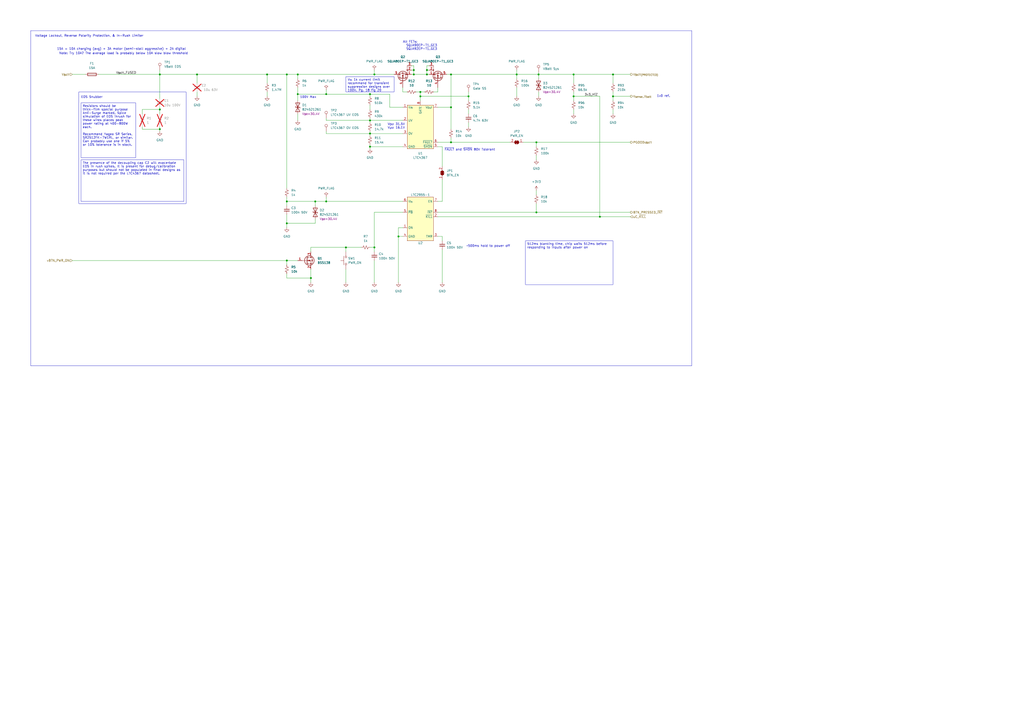
<source format=kicad_sch>
(kicad_sch (version 20230121) (generator eeschema)
  (paper "A2")
  (title_block (title "Kicker") (date "2024-05-23") (rev "3.1") (company "The A-Team (RC SSL)") (comment 1 "W. Stuckey"))
  (lib_symbols
    (symbol "AT-PowerIC:LTC2955-1"
      (property "Reference" "U" (at 0 -13.97 0))
      (property "Value" "LTC2955-1" (at 0 13.97 0))
      (symbol "LTC2955-1_1_1"
        (rectangle (start -7.62 12.7) (end 7.62 -12.7) (fill (type background)))
        (pin input line (at -10.16 -5.08 0) (length 2.54) (name "ON") (number "1"))
        (pin input line (at 10.16 1.27 180) (length 2.54) (name "~{KILL}") (number "2"))
        (pin bidirectional line (at 10.16 -10.16 180) (length 2.54) (name "TMR") (number "3"))
        (pin power_in line (at -10.16 -10.16 0) (length 2.54) (name "GND") (number "4"))
        (pin input line (at -10.16 3.81 0) (length 2.54) (name "~{PB}") (number "5"))
        (pin power_in line (at -10.16 10.16 0) (length 2.54) (name "V_{in}") (number "6"))
        (pin power_out line (at 10.16 10.16 180) (length 2.54) (name "EN") (number "7"))
        (pin output line (at 10.16 3.81 180) (length 2.54) (name "~{INT}") (number "8"))
      )
    )
    (symbol "AT-PowerIC:LTC4367"
      (property "Reference" "U" (at 2.54 13.97 0))
      (property "Value" "LTC4367" (at 0 -15.24 0))
      (symbol "LTC4367_0_1"
        (rectangle (start -7.62 12.7) (end 7.62 -12.7) (stroke (width 0.1524)) (fill (type background)))
      )
      (symbol "LTC4367_1_1"
        (pin power_in line (at -10.16 11.43 0) (length 2.54) (name "V_{IN}") (number "1"))
        (pin input line (at -10.16 3.81 0) (length 2.54) (name "UV") (number "2"))
        (pin input line (at -10.16 -3.81 0) (length 2.54) (name "OV") (number "3"))
        (pin power_in line (at -10.16 -11.43 0) (length 2.54) (name "GND") (number "4"))
        (pin input line (at 10.16 -11.43 180) (length 2.54) (name "~{SHDN}") (number "5"))
        (pin open_collector line (at 10.16 -8.89 180) (length 2.54) (name "~{FAULT}") (number "6"))
        (pin input line (at 10.16 11.43 180) (length 2.54) (name "V_{OUT}") (number "7"))
        (pin output line (at 0 15.24 270) (length 2.54) (name "GATE") (number "8"))
      )
    )
    (symbol "AT-Transistors:Q_NMOS_SGD_PowerPAK" (pin_names (offset 0) hide)
      (property "Reference" "Q" (at 5.08 1.27 0))
      (property "Value" "Q_NMOS_SGD_PowerPAK" (at 5.08 -1.27 0))
      (symbol "Q_NMOS_SGD_PowerPAK_0_1"
        (polyline (pts (xy 0.254 0) (xy -2.54 0)))
        (polyline (pts (xy 0.254 1.905) (xy 0.254 -1.905)) (stroke (width 0.254)))
        (polyline (pts (xy 0.762 -1.27) (xy 0.762 -2.286)) (stroke (width 0.254)))
        (polyline (pts (xy 0.762 0.508) (xy 0.762 -0.508)) (stroke (width 0.254)))
        (polyline (pts (xy 0.762 2.286) (xy 0.762 1.27)) (stroke (width 0.254)))
        (polyline (pts (xy 2.54 2.54) (xy 2.54 1.778)))
        (polyline (pts (xy 7.62 -2.54) (xy 5.08 -2.54)) (stroke (width 0.1524)))
        (polyline (pts (xy 2.54 -2.54) (xy 2.54 0) (xy 0.762 0)))
        (polyline (pts (xy 5.08 -2.54) (xy 2.54 -2.54) (xy 3.81 -2.54)) (stroke (width 0.1524)))
        (polyline (pts (xy 0.762 -1.778) (xy 3.302 -1.778) (xy 3.302 1.778) (xy 0.762 1.778)))
        (polyline (pts (xy 1.016 0) (xy 2.032 0.381) (xy 2.032 -0.381) (xy 1.016 0)) (fill (type outline)))
        (polyline (pts (xy 2.794 0.508) (xy 2.921 0.381) (xy 3.683 0.381) (xy 3.81 0.254)))
        (polyline (pts (xy 3.302 0.381) (xy 2.921 -0.254) (xy 3.683 -0.254) (xy 3.302 0.381)))
        (circle (center 1.651 0) (radius 2.794) (stroke (width 0.254)))
        (circle (center 2.54 -2.54) (radius 0.254) (fill (type outline)))
        (circle (center 2.54 -1.778) (radius 0.254) (fill (type outline)))
        (circle (center 2.54 1.778) (radius 0.254) (fill (type outline)))
        (circle (center 5.08 -2.54) (radius 0.254) (fill (type outline)))
      )
      (symbol "Q_NMOS_SGD_PowerPAK_1_1"
        (pin passive line (at 2.54 -5.08 90) (length 2.54) (name "S") (number "1"))
        (pin passive line (at 5.08 -5.08 90) (length 2.54) (name "S") (number "2"))
        (pin passive line (at 7.62 -5.08 90) (length 2.54) (name "S") (number "3"))
        (pin input line (at -5.08 0 0) (length 5.08) (name "G") (number "4"))
        (pin passive line (at 2.54 5.08 270) (length 2.54) (name "D") (number "5"))
      )
    )
    (symbol "Connector:TestPoint" (pin_numbers hide) (pin_names (offset 0.762) hide)
      (property "Reference" "TP" (at 0 6.858 0))
      (property "Value" "TestPoint" (at 0 5.08 0))
      (symbol "TestPoint_0_1"
        (circle (center 0 3.302) (radius 0.762))
      )
      (symbol "TestPoint_1_1"
        (pin passive line (at 0 0 90) (length 2.54) (name "1") (number "1"))
      )
    )
    (symbol "Device:C_Small" (pin_numbers hide) (pin_names (offset 0.254) hide)
      (property "Reference" "C" (at 0.254 1.778 0))
      (property "Value" "C_Small" (at 0.254 -2.032 0))
      (symbol "C_Small_0_1"
        (polyline (pts (xy -1.524 -0.508) (xy 1.524 -0.508)) (stroke (width 0.3302)))
        (polyline (pts (xy -1.524 0.508) (xy 1.524 0.508)) (stroke (width 0.3048)))
      )
      (symbol "C_Small_1_1"
        (pin passive line (at 0 2.54 270) (length 2.032) (name "~") (number "1"))
        (pin passive line (at 0 -2.54 90) (length 2.032) (name "~") (number "2"))
      )
    )
    (symbol "Device:D_TVS" (pin_numbers hide) (pin_names (offset 1.016) hide)
      (property "Reference" "D" (at 0 2.54 0))
      (property "Value" "D_TVS" (at 0 -2.54 0))
      (symbol "D_TVS_0_1"
        (polyline (pts (xy 1.27 0) (xy -1.27 0)))
        (polyline (pts (xy 0.508 1.27) (xy 0 1.27) (xy 0 -1.27) (xy -0.508 -1.27)) (stroke (width 0.254)))
        (polyline (pts (xy -2.54 1.27) (xy -2.54 -1.27) (xy 2.54 1.27) (xy 2.54 -1.27) (xy -2.54 1.27)) (stroke (width 0.254)))
      )
      (symbol "D_TVS_1_1"
        (pin passive line (at -3.81 0 0) (length 2.54) (name "A1") (number "1"))
        (pin passive line (at 3.81 0 180) (length 2.54) (name "A2") (number "2"))
      )
    )
    (symbol "Device:Fuse" (pin_numbers hide) (pin_names (offset 0))
      (property "Reference" "F" (at 2.032 0 90))
      (property "Value" "Fuse" (at -1.905 0 90))
      (symbol "Fuse_0_1"
        (rectangle (start -0.762 -2.54) (end 0.762 2.54) (stroke (width 0.254)))
        (polyline (pts (xy 0 2.54) (xy 0 -2.54)))
      )
      (symbol "Fuse_1_1"
        (pin passive line (at 0 3.81 270) (length 1.27) (name "~") (number "1"))
        (pin passive line (at 0 -3.81 90) (length 1.27) (name "~") (number "2"))
      )
    )
    (symbol "Device:R_Small_US" (pin_numbers hide) (pin_names (offset 0.254) hide)
      (property "Reference" "R" (at 0.762 0.508 0))
      (property "Value" "R_Small_US" (at 0.762 -1.016 0))
      (symbol "R_Small_US_1_1"
        (polyline (pts (xy 0 0) (xy 1.016 -0.381) (xy 0 -0.762) (xy -1.016 -1.143) (xy 0 -1.524)))
        (polyline (pts (xy 0 1.524) (xy 1.016 1.143) (xy 0 0.762) (xy -1.016 0.381) (xy 0 0)))
        (pin passive line (at 0 2.54 270) (length 1.016) (name "~") (number "1"))
        (pin passive line (at 0 -2.54 90) (length 1.016) (name "~") (number "2"))
      )
    )
    (symbol "Device:R_US" (pin_numbers hide) (pin_names (offset 0))
      (property "Reference" "R" (at 2.54 0 90))
      (property "Value" "R_US" (at -2.54 0 90))
      (symbol "R_US_0_1"
        (polyline (pts (xy 0 -2.286) (xy 0 -2.54)))
        (polyline (pts (xy 0 2.286) (xy 0 2.54)))
        (polyline (pts (xy 0 -0.762) (xy 1.016 -1.143) (xy 0 -1.524) (xy -1.016 -1.905) (xy 0 -2.286)))
        (polyline (pts (xy 0 0.762) (xy 1.016 0.381) (xy 0 0) (xy -1.016 -0.381) (xy 0 -0.762)))
        (polyline (pts (xy 0 2.286) (xy 1.016 1.905) (xy 0 1.524) (xy -1.016 1.143) (xy 0 0.762)))
      )
      (symbol "R_US_1_1"
        (pin passive line (at 0 3.81 270) (length 1.27) (name "~") (number "1"))
        (pin passive line (at 0 -3.81 90) (length 1.27) (name "~") (number "2"))
      )
    )
    (symbol "Jumper:SolderJumper_2_Bridged" (pin_names (offset 0) hide)
      (property "Reference" "JP" (at 0 2.032 0))
      (property "Value" "SolderJumper_2_Bridged" (at 0 -2.54 0))
      (symbol "SolderJumper_2_Bridged_0_1"
        (rectangle (start -0.508 0.508) (end 0.508 -0.508) (fill (type outline)))
        (arc (start -0.254 1.016) (mid -1.2656 0) (end -0.254 -1.016))
        (arc (start -0.254 1.016) (mid -1.2656 0) (end -0.254 -1.016) (fill (type outline)))
        (polyline (pts (xy -0.254 1.016) (xy -0.254 -1.016)))
        (polyline (pts (xy 0.254 1.016) (xy 0.254 -1.016)))
        (arc (start 0.254 -1.016) (mid 1.2656 0) (end 0.254 1.016))
        (arc (start 0.254 -1.016) (mid 1.2656 0) (end 0.254 1.016) (fill (type outline)))
      )
      (symbol "SolderJumper_2_Bridged_1_1"
        (pin passive line (at -3.81 0 0) (length 2.54) (name "A") (number "1"))
        (pin passive line (at 3.81 0 180) (length 2.54) (name "B") (number "2"))
      )
    )
    (symbol "Switch:SW_Push" (pin_numbers hide) (pin_names (offset 1.016) hide)
      (property "Reference" "SW" (at 1.27 2.54 0))
      (property "Value" "SW_Push" (at 0 -1.524 0))
      (symbol "SW_Push_0_1"
        (circle (center -2.032 0) (radius 0.508))
        (polyline (pts (xy 0 1.27) (xy 0 3.048)))
        (polyline (pts (xy 2.54 1.27) (xy -2.54 1.27)))
        (circle (center 2.032 0) (radius 0.508))
        (pin passive line (at -5.08 0 0) (length 2.54) (name "1") (number "1"))
        (pin passive line (at 5.08 0 180) (length 2.54) (name "2") (number "2"))
      )
    )
    (symbol "Transistor_FET:BSS138" (pin_names hide)
      (property "Reference" "Q" (at 5.08 1.905 0))
      (property "Value" "BSS138" (at 5.08 0 0))
      (symbol "BSS138_0_1"
        (polyline (pts (xy 0.254 0) (xy -2.54 0)))
        (polyline (pts (xy 0.254 1.905) (xy 0.254 -1.905)) (stroke (width 0.254)))
        (polyline (pts (xy 0.762 -1.27) (xy 0.762 -2.286)) (stroke (width 0.254)))
        (polyline (pts (xy 0.762 0.508) (xy 0.762 -0.508)) (stroke (width 0.254)))
        (polyline (pts (xy 0.762 2.286) (xy 0.762 1.27)) (stroke (width 0.254)))
        (polyline (pts (xy 2.54 2.54) (xy 2.54 1.778)))
        (polyline (pts (xy 2.54 -2.54) (xy 2.54 0) (xy 0.762 0)))
        (polyline (pts (xy 0.762 -1.778) (xy 3.302 -1.778) (xy 3.302 1.778) (xy 0.762 1.778)))
        (polyline (pts (xy 1.016 0) (xy 2.032 0.381) (xy 2.032 -0.381) (xy 1.016 0)) (fill (type outline)))
        (polyline (pts (xy 2.794 0.508) (xy 2.921 0.381) (xy 3.683 0.381) (xy 3.81 0.254)))
        (polyline (pts (xy 3.302 0.381) (xy 2.921 -0.254) (xy 3.683 -0.254) (xy 3.302 0.381)))
        (circle (center 1.651 0) (radius 2.794) (stroke (width 0.254)))
        (circle (center 2.54 -1.778) (radius 0.254) (fill (type outline)))
        (circle (center 2.54 1.778) (radius 0.254) (fill (type outline)))
      )
      (symbol "BSS138_1_1"
        (pin input line (at -5.08 0 0) (length 2.54) (name "G") (number "1"))
        (pin passive line (at 2.54 -5.08 90) (length 2.54) (name "S") (number "2"))
        (pin passive line (at 2.54 5.08 270) (length 2.54) (name "D") (number "3"))
      )
    )
    (symbol "power:+3V3" (power) (pin_names (offset 0))
      (property "Value" "+3V3" (at 0 3.556 0))
      (symbol "+3V3_0_1"
        (polyline (pts (xy -0.762 1.27) (xy 0 2.54)))
        (polyline (pts (xy 0 0) (xy 0 2.54)))
        (polyline (pts (xy 0 2.54) (xy 0.762 1.27)))
      )
      (symbol "+3V3_1_1"
        (pin power_in line (at 0 0 90) (length 0) hide (name "+3V3") (number "1"))
      )
    )
    (symbol "power:GND" (power) (pin_names (offset 0))
      (property "Value" "GND" (at 0 -3.81 0))
      (symbol "GND_0_1"
        (polyline (pts (xy 0 0) (xy 0 -1.27) (xy 1.27 -1.27) (xy 0 -2.54) (xy -1.27 -1.27) (xy 0 -1.27)))
      )
      (symbol "GND_1_1"
        (pin power_in line (at 0 0 270) (length 0) hide (name "GND") (number "1"))
      )
    )
    (symbol "power:PWR_FLAG" (power) (pin_numbers hide) (pin_names (offset 0) hide)
      (property "Value" "PWR_FLAG" (at 0 3.81 0))
      (symbol "PWR_FLAG_0_0"
        (pin power_out line (at 0 0 90) (length 0) (name "pwr") (number "1"))
      )
      (symbol "PWR_FLAG_0_1"
        (polyline (pts (xy 0 0) (xy 0 1.27) (xy -1.016 1.905) (xy 0 2.54) (xy 1.016 1.905) (xy 0 1.27)))
      )
    )
  )
  (junction (at 180.34 161.29))
  (junction (at 312.42 43.18))
  (junction (at 214.63 77.47) (diameter 0.9144))
  (junction (at 311.15 82.55))
  (junction (at 166.37 151.13))
  (junction (at 172.72 54.61))
  (junction (at 271.78 55.88))
  (junction (at 92.71 63.5))
  (junction (at 240.03 40.64))
  (junction (at 243.84 55.88) (diameter 0.9144))
  (junction (at 214.63 54.61))
  (junction (at 166.37 43.18))
  (junction (at 189.23 116.84))
  (junction (at 261.62 62.23))
  (junction (at 166.37 129.54))
  (junction (at 311.15 123.19))
  (junction (at 243.84 53.34) (diameter 0.9144))
  (junction (at 247.65 43.18))
  (junction (at 247.65 40.64))
  (junction (at 214.63 69.85) (diameter 0.9144))
  (junction (at 92.71 43.18))
  (junction (at 299.72 43.18) (diameter 0.9144))
  (junction (at 261.62 43.18) (diameter 0.9144))
  (junction (at 240.03 43.18))
  (junction (at 92.71 74.93))
  (junction (at 355.6 43.18))
  (junction (at 332.74 55.88))
  (junction (at 261.62 82.55))
  (junction (at 355.6 55.88))
  (junction (at 347.98 125.73))
  (junction (at 200.66 143.51))
  (junction (at 172.72 43.18))
  (junction (at 154.94 43.18))
  (junction (at 166.37 116.84))
  (junction (at 214.63 85.09) (diameter 0.9144))
  (junction (at 217.17 43.18) (diameter 0.9144))
  (junction (at 182.88 116.84))
  (junction (at 231.14 137.16))
  (junction (at 217.17 143.51))
  (junction (at 189.23 54.61))
  (junction (at 114.3 43.18))
  (junction (at 332.74 43.18))
  (wire (pts (xy 214.63 77.47) (xy 214.63 78.74)))
  (wire (pts (xy 240.03 43.18) (xy 247.65 43.18)))
  (wire (pts (xy 355.6 63.5) (xy 355.6 66.04)))
  (polyline (pts (xy 17.78 17.78) (xy 401.32 17.78)) (stroke (width 0) (type solid)))
  (wire (pts (xy 214.63 69.85) (xy 233.68 69.85)))
  (wire (pts (xy 332.74 43.18) (xy 332.74 48.26)))
  (wire (pts (xy 214.63 76.2) (xy 214.63 77.47)))
  (polyline (pts (xy 17.78 212.09) (xy 401.32 212.09)) (stroke (width 0) (type solid)))
  (wire (pts (xy 312.42 53.34) (xy 312.42 55.88)))
  (wire (pts (xy 92.71 74.93) (xy 92.71 76.2)))
  (wire (pts (xy 92.71 63.5) (xy 92.71 66.04)))
  (wire (pts (xy 243.84 53.34) (xy 246.38 53.34)))
  (wire (pts (xy 311.15 82.55) (xy 311.15 85.09)))
  (wire (pts (xy 247.65 38.1) (xy 247.65 40.64)))
  (wire (pts (xy 41.91 43.18) (xy 49.53 43.18)))
  (wire (pts (xy 233.68 137.16) (xy 231.14 137.16)))
  (wire (pts (xy 214.63 60.96) (xy 214.63 63.5)))
  (wire (pts (xy 311.15 82.55) (xy 365.76 82.55)))
  (wire (pts (xy 261.62 80.01) (xy 261.62 82.55)))
  (wire (pts (xy 355.6 55.88) (xy 355.6 58.42)))
  (wire (pts (xy 240.03 38.1) (xy 240.03 40.64)))
  (wire (pts (xy 365.76 55.88) (xy 355.6 55.88)))
  (wire (pts (xy 355.6 43.18) (xy 355.6 48.26)))
  (wire (pts (xy 217.17 143.51) (xy 217.17 146.05)))
  (wire (pts (xy 114.3 53.34) (xy 114.3 55.88)))
  (wire (pts (xy 271.78 55.88) (xy 271.78 58.42)))
  (wire (pts (xy 82.55 73.66) (xy 82.55 74.93)))
  (wire (pts (xy 214.63 54.61) (xy 214.63 55.88)))
  (wire (pts (xy 154.94 43.18) (xy 166.37 43.18)))
  (wire (pts (xy 92.71 43.18) (xy 114.3 43.18)))
  (wire (pts (xy 217.17 43.18) (xy 228.6 43.18)))
  (wire (pts (xy 180.34 156.21) (xy 180.34 161.29)))
  (wire (pts (xy 200.66 143.51) (xy 200.66 146.05)))
  (wire (pts (xy 311.15 90.17) (xy 311.15 92.71)))
  (wire (pts (xy 180.34 143.51) (xy 180.34 146.05)))
  (wire (pts (xy 217.17 123.19) (xy 217.17 143.51)))
  (wire (pts (xy 166.37 151.13) (xy 166.37 153.67)))
  (wire (pts (xy 247.65 43.18) (xy 248.92 43.18)))
  (wire (pts (xy 214.63 69.85) (xy 214.63 71.12)))
  (wire (pts (xy 299.72 40.64) (xy 299.72 43.18)))
  (wire (pts (xy 254 116.84) (xy 256.54 116.84)))
  (wire (pts (xy 238.76 38.1) (xy 240.03 38.1)))
  (wire (pts (xy 214.63 85.09) (xy 233.68 85.09)))
  (wire (pts (xy 312.42 41.91) (xy 312.42 43.18)))
  (wire (pts (xy 214.63 143.51) (xy 217.17 143.51)))
  (wire (pts (xy 312.42 43.18) (xy 312.42 45.72)))
  (wire (pts (xy 214.63 54.61) (xy 226.06 54.61)))
  (wire (pts (xy 180.34 161.29) (xy 180.34 163.83)))
  (wire (pts (xy 82.55 74.93) (xy 92.71 74.93)))
  (wire (pts (xy 254 82.55) (xy 261.62 82.55)))
  (wire (pts (xy 166.37 151.13) (xy 172.72 151.13)))
  (wire (pts (xy 182.88 116.84) (xy 182.88 119.38)))
  (wire (pts (xy 172.72 66.04) (xy 172.72 69.85)))
  (wire (pts (xy 154.94 43.18) (xy 154.94 48.26)))
  (wire (pts (xy 332.74 63.5) (xy 332.74 66.04)))
  (polyline (pts (xy 401.32 212.09) (xy 401.32 17.78)) (stroke (width 0) (type solid)))
  (polyline (pts (xy 17.78 17.78) (xy 17.78 212.09)) (stroke (width 0) (type solid)))
  (wire (pts (xy 271.78 63.5) (xy 271.78 66.04)))
  (wire (pts (xy 189.23 76.2) (xy 189.23 77.47)))
  (wire (pts (xy 238.76 43.18) (xy 240.03 43.18)))
  (wire (pts (xy 251.46 53.34) (xy 254 53.34)))
  (wire (pts (xy 57.15 43.18) (xy 92.71 43.18)))
  (wire (pts (xy 256.54 144.78) (xy 256.54 163.83)))
  (wire (pts (xy 254 125.73) (xy 347.98 125.73)))
  (wire (pts (xy 166.37 43.18) (xy 172.72 43.18)))
  (wire (pts (xy 332.74 55.88) (xy 347.98 55.88)))
  (wire (pts (xy 182.88 127) (xy 182.88 129.54)))
  (wire (pts (xy 172.72 43.18) (xy 217.17 43.18)))
  (wire (pts (xy 261.62 62.23) (xy 261.62 74.93)))
  (wire (pts (xy 332.74 53.34) (xy 332.74 55.88)))
  (wire (pts (xy 189.23 68.58) (xy 189.23 69.85)))
  (wire (pts (xy 256.54 139.7) (xy 256.54 137.16)))
  (wire (pts (xy 200.66 156.21) (xy 200.66 163.83)))
  (wire (pts (xy 243.84 53.34) (xy 243.84 55.88)))
  (wire (pts (xy 231.14 137.16) (xy 231.14 163.83)))
  (wire (pts (xy 189.23 77.47) (xy 214.63 77.47)))
  (wire (pts (xy 271.78 53.34) (xy 271.78 55.88)))
  (wire (pts (xy 261.62 82.55) (xy 295.91 82.55)))
  (wire (pts (xy 41.91 151.13) (xy 166.37 151.13)))
  (wire (pts (xy 166.37 158.75) (xy 166.37 161.29)))
  (wire (pts (xy 355.6 53.34) (xy 355.6 55.88)))
  (wire (pts (xy 92.71 40.64) (xy 92.71 43.18)))
  (wire (pts (xy 243.84 55.88) (xy 243.84 58.42)))
  (wire (pts (xy 312.42 43.18) (xy 332.74 43.18)))
  (wire (pts (xy 214.63 85.09) (xy 214.63 86.36)))
  (wire (pts (xy 254 123.19) (xy 311.15 123.19)))
  (wire (pts (xy 248.92 38.1) (xy 247.65 38.1)))
  (wire (pts (xy 299.72 43.18) (xy 299.72 45.72)))
  (wire (pts (xy 189.23 52.07) (xy 189.23 54.61)))
  (wire (pts (xy 347.98 55.88) (xy 347.98 125.73)))
  (wire (pts (xy 254 85.09) (xy 256.54 85.09)))
  (wire (pts (xy 311.15 110.49) (xy 311.15 113.03)))
  (wire (pts (xy 189.23 114.3) (xy 189.23 116.84)))
  (wire (pts (xy 311.15 118.11) (xy 311.15 123.19)))
  (wire (pts (xy 259.08 43.18) (xy 261.62 43.18)))
  (wire (pts (xy 347.98 125.73) (xy 365.76 125.73)))
  (wire (pts (xy 182.88 116.84) (xy 189.23 116.84)))
  (wire (pts (xy 256.54 85.09) (xy 256.54 96.52)))
  (wire (pts (xy 303.53 82.55) (xy 311.15 82.55)))
  (wire (pts (xy 189.23 69.85) (xy 214.63 69.85)))
  (wire (pts (xy 248.92 40.64) (xy 247.65 40.64)))
  (wire (pts (xy 231.14 132.08) (xy 231.14 137.16)))
  (wire (pts (xy 92.71 73.66) (xy 92.71 74.93)))
  (wire (pts (xy 154.94 53.34) (xy 154.94 55.88)))
  (wire (pts (xy 114.3 43.18) (xy 114.3 48.26)))
  (wire (pts (xy 254 62.23) (xy 261.62 62.23)))
  (wire (pts (xy 166.37 129.54) (xy 182.88 129.54)))
  (wire (pts (xy 332.74 55.88) (xy 332.74 58.42)))
  (wire (pts (xy 166.37 129.54) (xy 166.37 132.08)))
  (wire (pts (xy 299.72 43.18) (xy 312.42 43.18)))
  (wire (pts (xy 226.06 62.23) (xy 233.68 62.23)))
  (wire (pts (xy 299.72 50.8) (xy 299.72 55.88)))
  (wire (pts (xy 189.23 116.84) (xy 233.68 116.84)))
  (wire (pts (xy 355.6 43.18) (xy 365.76 43.18)))
  (wire (pts (xy 200.66 143.51) (xy 209.55 143.51)))
  (wire (pts (xy 180.34 143.51) (xy 200.66 143.51)))
  (wire (pts (xy 233.68 132.08) (xy 231.14 132.08)))
  (wire (pts (xy 233.68 50.8) (xy 233.68 53.34)))
  (wire (pts (xy 214.63 85.09) (xy 214.63 83.82)))
  (wire (pts (xy 217.17 40.64) (xy 217.17 43.18)))
  (wire (pts (xy 226.06 62.23) (xy 226.06 54.61)))
  (wire (pts (xy 166.37 116.84) (xy 182.88 116.84)))
  (wire (pts (xy 82.55 66.04) (xy 82.55 63.5)))
  (wire (pts (xy 214.63 68.58) (xy 214.63 69.85)))
  (wire (pts (xy 311.15 123.19) (xy 365.76 123.19)))
  (wire (pts (xy 172.72 43.18) (xy 172.72 45.72)))
  (wire (pts (xy 240.03 40.64) (xy 240.03 43.18)))
  (wire (pts (xy 92.71 43.18) (xy 92.71 57.15)))
  (wire (pts (xy 233.68 53.34) (xy 236.22 53.34)))
  (wire (pts (xy 271.78 71.12) (xy 271.78 73.66)))
  (wire (pts (xy 166.37 43.18) (xy 166.37 109.22)))
  (wire (pts (xy 243.84 55.88) (xy 271.78 55.88)))
  (wire (pts (xy 217.17 151.13) (xy 217.17 163.83)))
  (wire (pts (xy 189.23 54.61) (xy 214.63 54.61)))
  (wire (pts (xy 254 53.34) (xy 254 50.8)))
  (wire (pts (xy 332.74 43.18) (xy 355.6 43.18)))
  (wire (pts (xy 166.37 124.46) (xy 166.37 129.54)))
  (wire (pts (xy 233.68 123.19) (xy 217.17 123.19)))
  (wire (pts (xy 114.3 43.18) (xy 154.94 43.18)))
  (wire (pts (xy 256.54 104.14) (xy 256.54 116.84)))
  (wire (pts (xy 166.37 116.84) (xy 166.37 119.38)))
  (wire (pts (xy 214.63 77.47) (xy 233.68 77.47)))
  (wire (pts (xy 166.37 161.29) (xy 180.34 161.29)))
  (wire (pts (xy 238.76 40.64) (xy 240.03 40.64)))
  (wire (pts (xy 172.72 50.8) (xy 172.72 54.61)))
  (wire (pts (xy 172.72 54.61) (xy 189.23 54.61)))
  (wire (pts (xy 261.62 43.18) (xy 299.72 43.18)))
  (wire (pts (xy 261.62 62.23) (xy 261.62 43.18)))
  (wire (pts (xy 247.65 40.64) (xy 247.65 43.18)))
  (wire (pts (xy 241.3 53.34) (xy 243.84 53.34)))
  (wire (pts (xy 256.54 137.16) (xy 254 137.16)))
  (wire (pts (xy 82.55 63.5) (xy 92.71 63.5)))
  (wire (pts (xy 166.37 114.3) (xy 166.37 116.84)))
  (wire (pts (xy 92.71 62.23) (xy 92.71 63.5)))
  (wire (pts (xy 172.72 54.61) (xy 172.72 58.42)))
  (rectangle (start 45.72 53.34) (end 107.95 118.11))
  (text_box "The presence of the decoupling cap C2 will exacerbate EOS in rush spikes. It is present for debug/calibration purposes but should not be populated in final designs as it is not required per the LTC4367 datasheet." (at 46.99 92.71 0) (size 59.69 24.13) (effects (font (size 1.27 1.27)) (justify left top)))
  (text_box "Resistors should be thick-film special purpose Anti-Surge marked. Spice simulation of EOS inrush for these wires places peak power rating at 400-800W each.\n\nRecommend Yageo SR Series, SR2512FK-7W1RL, or similar. Can probably use one if 5% or 10% tolerance is in stock." (at 46.99 59.69 0) (size 31.75 31.75) (effects (font (size 1.27 1.27)) (justify left top)))
  (text_box "V_{in} 1k current limit recommend for transient suppression designs over 100V. Pg. 18 fig 20" (at 200.66 44.45 0) (size 27.94 8.89) (effects (font (size 1.27 1.27)) (justify left top)))
  (text_box "512ms blanking time, chip waits 512ms before responding to inputs after power on" (at 304.8 139.7 0) (size 50.8 25.4) (effects (font (size 1.27 1.27)) (justify left top)))
  (text "V_{OV}: 31.5V\nV_{UV}: 16.1V\n" (at 224.79 74.93 0) (effects (font (size 1.27 1.27)) (justify left bottom)))
  (text "~{FAULT} and ~{SHDN} 80V Tolerant" (at 257.81 87.63 0) (effects (font (size 1.27 1.27)) (justify left bottom)))
  (text "100V Max" (at 173.99 57.15 0) (effects (font (size 1.27 1.27)) (justify left bottom)))
  (text "EOS Snubber" (at 46.99 57.15 0) (effects (font (size 1.27 1.27)) (justify left bottom)))
  (text "~500ms hold to power off\n" (at 270.51 143.51 0) (effects (font (size 1.27 1.27)) (justify left bottom)))
  (text "Voltage Lockout, Reverse Polarity Protection, & In-Rush Limiter" (at 20.32 21.59 0) (effects (font (size 1.27 1.27)) (justify left bottom)))
  (text "15A = 10A charging (avg) + 3A motor (semi-stall aggressive) + 2A digital" (at 33.02 29.21 0) (effects (font (size 1.27 1.27)) (justify left bottom)))
  (text "1v0 ref." (at 381 56.515 0) (effects (font (size 1.27 1.27)) (justify left bottom)))
  (text "Alt FETs:\n  SQJA90EP-T1_GE3\n  SQJA92EP-T1_GE3 " (at 233.68 29.21 0) (effects (font (size 1.27 1.27)) (justify left bottom)))
  (text "Note: Try 10A? The average load is probably below 10A slow blow threshold" (at 34.29 31.75 0) (effects (font (size 1.27 1.27)) (justify left bottom)))
  (label "V_{BATT}_FUSED" (at 67.31 43.18 0))
  (label "3v3_HiZ" (at 339.09 55.88 0))
  (hierarchical_label "V_{BATT(PROTECTED)}" (shape output) (at 365.76 43.18 0))
  (hierarchical_label "PGOOD_{VBATT}" (shape output) (at 365.76 82.55 0))
  (hierarchical_label "V_{BATT}" (shape input) (at 41.91 43.18 180))
  (hierarchical_label "V_{sense}_V_{batt}" (shape output) (at 365.76 55.88 0))
  (hierarchical_label "uC_~{KILL}" (shape input) (at 365.76 125.73 0))
  (hierarchical_label "vBTN_PWR_ON" (shape input) (at 41.91 151.13 180))
  (hierarchical_label "BTN_PRESSED_~{INT}" (shape output) (at 365.76 123.19 0))
  (symbol (lib_id "Device:D_TVS") (at 182.88 123.19 90) (unit 1)
    (property "Reference" "D2" (at 185.42 121.9199 90) (effects (justify right)))
    (property "Value" "824521261" (at 185.42 124.46 90) (effects (justify right)))
    (property "Footprint" "AT-Discrete:D_SMB_Non-Polar" (effects hide))
    (property "V_{BR}" "V_{BR}=30.4V" (at 190.5 127 90))
    (property "LCSC" "C78418" (effects hide))
  )
  (symbol (lib_id "Connector:TestPoint") (at 312.42 41.91 0) (unit 1)
    (property "Reference" "TP5" (at 314.96 37.338 0) (effects (justify left)))
    (property "Value" "VBatt Sys" (at 314.96 39.878 0) (effects (justify left)))
    (property "Footprint" "TestPoint:TestPoint_Pad_D1.0mm" (effects hide))
  )
  (symbol (lib_id "power:PWR_FLAG") (at 189.23 52.07 0) (unit 1)
    (property "Reference" "#FLG03" (effects hide))
    (property "Value" "PWR_FLAG" (at 189.23 46.99 0))
  )
  (symbol (lib_id "power:+3V3") (at 311.15 110.49 0) (unit 1)
    (property "Reference" "#PWR0121" (effects hide))
    (property "Value" "+3V3" (at 311.15 105.41 0))
    (instances (project "kicker" (path "" (reference "#PWR0121") (unit 1)) (path "" (reference "#PWR023") (unit 1))))
  )
  (symbol (lib_id "power:GND") (at 114.3 55.88 0) (unit 1)
    (property "Reference" "#PWR010" (effects hide))
    (property "Value" "GND" (at 114.3 60.96 0))
    (instances (project "kicker" (path "" (reference "#PWR010") (unit 1))) (project "control" (path "" (reference "#PWR035") (unit 1))))
  )
  (symbol (lib_id "Connector:TestPoint") (at 189.23 68.58 0) (unit 1)
    (property "Reference" "TP2" (at 191.77 64.008 0) (effects (justify left)))
    (property "Value" "LTC4367 UV EOS" (at 191.77 66.548 0) (effects (justify left)))
    (property "Footprint" "TestPoint:TestPoint_Pad_D1.0mm" (effects hide))
  )
  (symbol (lib_id "power:GND") (at 166.37 132.08 0) (unit 1)
    (property "Reference" "#PWR012" (effects hide))
    (property "Value" "GND" (at 166.37 137.16 0))
  )
  (symbol (lib_id "Device:R_Small_US") (at 214.63 58.42 0) (unit 1)
    (property "Reference" "R8" (at 217.17 57.1499 0) (effects (justify left)))
    (property "Value" "510k" (at 217.17 59.6899 0) (effects (justify left)))
    (property "Footprint" "Resistor_SMD:R_0402_1005Metric" (effects hide))
    (property "LCSC" "C137961" (effects hide))
    (instances (project "kicker" (path "" (reference "R8") (unit 1))) (project "control" (path "" (reference "R31") (unit 1))))
  )
  (symbol (lib_id "Device:R_Small_US") (at 311.15 115.57 0) (unit 1)
    (property "Reference" "R18" (at 313.69 114.3 0) (effects (justify left)))
    (property "Value" "10k" (at 313.69 116.84 0) (effects (justify left)))
    (property "Footprint" "Resistor_SMD:R_0402_1005Metric" (effects hide))
    (property "LCSC" "C60490" (effects hide))
    (instances (project "kicker" (path "" (reference "R18") (unit 1))) (project "control" (path "" (reference "R37") (unit 1))))
  )
  (symbol (lib_id "Jumper:SolderJumper_2_Bridged") (at 256.54 100.33 90) (unit 1)
    (property "Reference" "JP1" (at 259.08 99.06 90) (effects (justify right)))
    (property "Value" "BTN_EN" (at 259.08 101.6 90) (effects (justify right)))
    (property "Footprint" "AT-BoardFeatures:SolderJumper-2_2.0x1.2mm_Closed" (effects hide))
  )
  (symbol (lib_id "Device:R_Small_US") (at 212.09 143.51 270) (unit 1)
    (property "Reference" "R7" (at 212.09 137.16 90))
    (property "Value" "1k" (at 212.09 139.7 90))
    (property "Footprint" "Resistor_SMD:R_0402_1005Metric" (effects hide))
    (property "LCSC" "C106235" (effects hide))
    (instances (project "kicker" (path "" (reference "R7") (unit 1))) (project "control" (path "" (reference "R34") (unit 1))))
  )
  (symbol (lib_id "Transistor_FET:BSS138") (at 177.8 151.13 0) (unit 1)
    (property "Reference" "Q1" (at 184.15 149.86 0) (effects (justify left)))
    (property "Value" "BSS138" (at 184.15 152.4 0) (effects (justify left)))
    (property "Footprint" "Package_TO_SOT_SMD:SOT-23" (effects hide))
    (property "Datasheet" "https://www.onsemi.com/pub/Collateral/BSS138-D.PDF" (effects hide))
    (property "LCSC" "C112239" (effects hide))
  )
  (symbol (lib_id "power:GND") (at 355.6 66.04 0) (unit 1)
    (property "Reference" "#PWR0164" (effects hide))
    (property "Value" "GND" (at 355.6 71.12 0))
    (instances (project "kicker" (path "" (reference "#PWR0164") (unit 1))) (project "control" (path "" (reference "#PWR037") (unit 1))))
  )
  (symbol (lib_id "Device:R_Small_US") (at 355.6 60.96 0) (unit 1)
    (property "Reference" "R94" (at 358.14 59.69 0) (effects (justify left)))
    (property "Value" "10k" (at 358.14 62.23 0) (effects (justify left)))
    (property "Footprint" "Resistor_SMD:R_0402_1005Metric" (effects hide))
    (property "LCSC" "C163463" (effects hide))
    (instances (project "kicker" (path "" (reference "R94") (unit 1))) (project "control" (path "" (reference "R32") (unit 1))))
  )
  (symbol (lib_id "Device:R_US") (at 92.71 69.85 0) (unit 1) (dnp yes)
    (property "Reference" "R2" (at 95.25 68.58 0) (effects (justify left)))
    (property "Value" "1" (at 95.25 71.12 0) (effects (justify left)))
    (property "Footprint" "Resistor_SMD:R_2512_6332Metric" (effects hide))
    (property "Datasheet" "https://www.yageo.com/upload/media/product/productsearch/datasheet/rchip/PYu-SR_20105_RoHS_L_10.pdf" (effects hide))
    (property "RecommendedMPN" "SR2512FK-7W1RL" (effects hide))
  )
  (symbol (lib_id "Jumper:SolderJumper_2_Bridged") (at 299.72 82.55 180) (unit 1)
    (property "Reference" "JP2" (at 299.72 76.2 0))
    (property "Value" "PWR_EN" (at 299.72 78.74 0))
    (property "Footprint" "AT-BoardFeatures:SolderJumper-2_2.0x1.2mm_Closed" (effects hide))
  )
  (symbol (lib_id "Device:R_Small_US") (at 214.63 81.28 180) (unit 1)
    (property "Reference" "R11" (at 217.17 80.0099 0) (effects (justify right)))
    (property "Value" "15.4k" (at 217.17 82.5499 0) (effects (justify right)))
    (property "Footprint" "Resistor_SMD:R_0402_1005Metric" (effects hide))
    (property "LCSC" "C321314" (effects hide))
    (instances (project "kicker" (path "" (reference "R11") (unit 1))) (project "control" (path "" (reference "R34") (unit 1))))
  )
  (symbol (lib_id "Device:C_Small") (at 166.37 121.92 0) (unit 1)
    (property "Reference" "C3" (at 168.91 120.6563 0) (effects (justify left)))
    (property "Value" "100n 50V" (at 168.91 123.1963 0) (effects (justify left)))
    (property "Footprint" "Capacitor_SMD:C_0402_1005Metric" (effects hide))
    (property "LCSC" "C307331" (effects hide))
    (instances (project "kicker" (path "" (reference "C3") (unit 1))) (project "control" (path "" (reference "C8") (unit 1))))
  )
  (symbol (lib_id "Device:R_Small_US") (at 214.63 73.66 0) (unit 1)
    (property "Reference" "R10" (at 217.17 72.3899 0) (effects (justify left)))
    (property "Value" "14.7k" (at 217.17 74.9299 0) (effects (justify left)))
    (property "Footprint" "Resistor_SMD:R_0402_1005Metric" (effects hide))
    (property "LCSC" "C138055" (effects hide))
    (instances (project "kicker" (path "" (reference "R10") (unit 1))) (project "control" (path "" (reference "R33") (unit 1))))
  )
  (symbol (lib_id "Device:R_Small_US") (at 332.74 50.8 0) (unit 1)
    (property "Reference" "R95" (at 335.28 49.53 0) (effects (justify left)))
    (property "Value" "66.5k" (at 335.28 52.07 0) (effects (justify left)))
    (property "Footprint" "Resistor_SMD:R_0402_1005Metric" (effects hide))
    (property "LCSC" "C137961" (effects hide))
    (instances (project "kicker" (path "" (reference "R95") (unit 1))) (project "control" (path "" (reference "R31") (unit 1))))
  )
  (symbol (lib_id "Device:R_Small_US") (at 172.72 48.26 180) (unit 1)
    (property "Reference" "R6" (at 175.26 46.9899 0) (effects (justify right)))
    (property "Value" "1k" (at 175.26 49.5299 0) (effects (justify right)))
    (property "Footprint" "Resistor_SMD:R_0402_1005Metric" (effects hide))
    (property "LCSC" "C106235" (effects hide))
    (instances (project "kicker" (path "" (reference "R6") (unit 1))) (project "control" (path "" (reference "R34") (unit 1))))
  )
  (symbol (lib_id "Switch:SW_Push") (at 200.66 151.13 90) (unit 1)
    (property "Reference" "SW1" (at 201.93 149.86 90) (effects (justify right)))
    (property "Value" "PWR_ON" (at 201.93 152.4 90) (effects (justify right)))
    (property "Footprint" "Button_Switch_SMD:SW_SPST_TL3305A" (effects hide))
    (property "LCSC" "C455243" (effects hide))
  )
  (symbol (lib_id "power:GND") (at 299.72 55.88 0) (unit 1)
    (property "Reference" "#PWR021" (effects hide))
    (property "Value" "GND" (at 299.72 60.96 0))
    (instances (project "kicker" (path "" (reference "#PWR021") (unit 1))) (project "control" (path "" (reference "#PWR037") (unit 1))))
  )
  (symbol (lib_id "Device:Fuse") (at 53.34 43.18 90) (unit 1)
    (property "Reference" "F1" (at 53.34 36.83 90))
    (property "Value" "15A" (at 53.34 39.37 90))
    (property "Footprint" "AT-Fuses:3557-2" (effects hide))
    (property "Datasheet" "0451015.MRL" (effects hide))
  )
  (symbol (lib_id "Device:R_Small_US") (at 248.92 53.34 90) (unit 1)
    (property "Reference" "R13" (at 248.92 46.99 90))
    (property "Value" "10" (at 248.92 49.53 90))
    (property "Footprint" "Resistor_SMD:R_0402_1005Metric" (effects hide))
    (property "LCSC" "C138066" (effects hide))
    (instances (project "kicker" (path "" (reference "R13") (unit 1))) (project "control" (path "" (reference "R36") (unit 1))))
  )
  (symbol (lib_id "Device:R_Small_US") (at 154.94 50.8 180) (unit 1)
    (property "Reference" "R3" (at 157.48 49.53 0) (effects (justify right)))
    (property "Value" "1.47M" (at 157.48 52.07 0) (effects (justify right)))
    (property "Footprint" "Resistor_SMD:R_0805_2012Metric" (effects hide))
    (property "LCSC" "C228598" (effects hide))
    (instances (project "kicker" (path "" (reference "R3") (unit 1))) (project "control" (path "" (reference "R34") (unit 1))))
  )
  (symbol (lib_id "power:GND") (at 154.94 55.88 0) (unit 1)
    (property "Reference" "#PWR011" (effects hide))
    (property "Value" "GND" (at 154.94 60.96 0))
    (instances (project "kicker" (path "" (reference "#PWR011") (unit 1))) (project "control" (path "" (reference "#PWR035") (unit 1))))
  )
  (symbol (lib_id "Device:D_TVS") (at 172.72 62.23 90) (unit 1)
    (property "Reference" "D1" (at 175.26 60.9599 90) (effects (justify right)))
    (property "Value" "824521261" (at 175.26 63.5 90) (effects (justify right)))
    (property "Footprint" "AT-Discrete:D_SMB_Non-Polar" (effects hide))
    (property "V_{BR}" "V_{BR}=30.4V" (at 180.34 66.04 90))
    (property "LCSC" "C78418" (effects hide))
    (instances (project "kicker" (path "" (reference "D1") (unit 1))) (project "control" (path "" (reference "D2") (unit 1))))
  )
  (symbol (lib_id "Device:R_Small_US") (at 332.74 60.96 0) (unit 1)
    (property "Reference" "R96" (at 335.28 59.69 0) (effects (justify left)))
    (property "Value" "10k" (at 335.28 62.23 0) (effects (justify left)))
    (property "Footprint" "Resistor_SMD:R_0402_1005Metric" (effects hide))
    (property "LCSC" "C163463" (effects hide))
    (instances (project "kicker" (path "" (reference "R96") (unit 1))) (project "control" (path "" (reference "R32") (unit 1))))
  )
  (symbol (lib_id "power:GND") (at 172.72 69.85 0) (unit 1)
    (property "Reference" "#PWR013" (effects hide))
    (property "Value" "GND" (at 172.72 74.93 0))
    (instances (project "kicker" (path "" (reference "#PWR013") (unit 1))) (project "control" (path "" (reference "#PWR035") (unit 1))))
  )
  (symbol (lib_id "AT-Transistors:Q_NMOS_SGD_PowerPAK") (at 254 45.72 270) (mirror x) (unit 1)
    (property "Reference" "Q3" (at 254 33.02 90))
    (property "Value" "SQJA80EP-T1_GE3" (at 254 35.56 90))
    (property "Footprint" "AT-Discrete:PowerPAK_SO-8L_Single" (effects hide))
    (property "LCSC" "C3289509" (effects hide))
    (instances (project "kicker" (path "" (reference "Q3") (unit 1))) (project "control" (path "" (reference "Q4") (unit 1))))
  )
  (symbol (lib_id "Device:C_Small") (at 217.17 148.59 0) (unit 1)
    (property "Reference" "C4" (at 219.71 147.3262 0) (effects (justify left)))
    (property "Value" "100n 50V" (at 219.71 149.8662 0) (effects (justify left)))
    (property "Footprint" "Capacitor_SMD:C_0402_1005Metric" (effects hide))
    (property "LCSC" "C307331" (effects hide))
    (instances (project "kicker" (path "" (reference "C4") (unit 1))) (project "control" (path "" (reference "C8") (unit 1))))
  )
  (symbol (lib_id "Device:C_Small") (at 256.54 142.24 0) (unit 1)
    (property "Reference" "C5" (at 259.08 140.9762 0) (effects (justify left)))
    (property "Value" "100n 50V" (at 259.08 143.5162 0) (effects (justify left)))
    (property "Footprint" "Capacitor_SMD:C_0402_1005Metric" (effects hide))
    (property "LCSC" "C307331" (effects hide))
    (instances (project "kicker" (path "" (reference "C5") (unit 1))) (project "control" (path "" (reference "C8") (unit 1))))
  )
  (symbol (lib_id "Device:C_Small") (at 114.3 50.8 0) (unit 1) (dnp yes)
    (property "Reference" "C2" (at 116.84 49.5363 0) (effects (justify left)))
    (property "Value" "10u 63V" (at 118.11 52.07 0) (effects (justify left)))
    (property "Footprint" "Capacitor_SMD:C_1210_3225Metric" (effects hide))
    (property "LCSC" "C576517" (effects hide))
  )
  (symbol (lib_id "power:GND") (at 271.78 73.66 0) (unit 1)
    (property "Reference" "#PWR020" (effects hide))
    (property "Value" "GND" (at 271.78 78.74 0))
    (instances (project "kicker" (path "" (reference "#PWR020") (unit 1))) (project "control" (path "" (reference "#PWR036") (unit 1))))
  )
  (symbol (lib_id "AT-Transistors:Q_NMOS_SGD_PowerPAK") (at 233.68 45.72 90) (unit 1)
    (property "Reference" "Q2" (at 233.68 33.02 90))
    (property "Value" "SQJA80EP-T1_GE3" (at 233.68 35.56 90))
    (property "Footprint" "AT-Discrete:PowerPAK_SO-8L_Single" (effects hide))
    (property "LCSC" "C3289509" (effects hide))
    (instances (project "kicker" (path "" (reference "Q2") (unit 1))) (project "control" (path "" (reference "Q3") (unit 1))))
  )
  (symbol (lib_id "Device:D_TVS") (at 312.42 49.53 90) (unit 1)
    (property "Reference" "D3" (at 314.96 48.2599 90) (effects (justify right)))
    (property "Value" "824521261" (at 314.96 50.8 90) (effects (justify right)))
    (property "Footprint" "AT-Discrete:D_SMB_Non-Polar" (effects hide))
    (property "V_{BR}" "V_{BR}=30.4V" (at 320.04 53.34 90))
    (property "LCSC" "C78418" (effects hide))
    (instances (project "kicker" (path "" (reference "D3") (unit 1))) (project "control" (path "" (reference "D2") (unit 1))))
  )
  (symbol (lib_id "power:GND") (at 214.63 86.36 0) (unit 1)
    (property "Reference" "#PWR016" (effects hide))
    (property "Value" "GND" (at 214.63 91.44 0))
    (instances (project "kicker" (path "" (reference "#PWR016") (unit 1))) (project "control" (path "" (reference "#PWR035") (unit 1))))
  )
  (symbol (lib_id "power:GND") (at 92.71 76.2 0) (unit 1)
    (property "Reference" "#PWR09" (effects hide))
    (property "Value" "GND" (at 92.71 81.28 0))
    (instances (project "kicker" (path "" (reference "#PWR09") (unit 1))) (project "control" (path "" (reference "#PWR035") (unit 1))))
  )
  (symbol (lib_id "Device:C_Small") (at 271.78 68.58 0) (unit 1)
    (property "Reference" "C6" (at 274.32 67.3162 0) (effects (justify left)))
    (property "Value" "4.7n 63V" (at 274.32 69.8562 0) (effects (justify left)))
    (property "Footprint" "Capacitor_SMD:C_0402_1005Metric" (effects hide))
    (property "LCSC" "C415704" (effects hide))
    (instances (project "kicker" (path "" (reference "C6") (unit 1))) (project "control" (path "" (reference "C8") (unit 1))))
  )
  (symbol (lib_id "Connector:TestPoint") (at 92.71 40.64 0) (unit 1)
    (property "Reference" "TP1" (at 95.25 36.068 0) (effects (justify left)))
    (property "Value" "VBatt EOS" (at 95.25 38.608 0) (effects (justify left)))
    (property "Footprint" "TestPoint:TestPoint_Pad_D1.0mm" (effects hide))
  )
  (symbol (lib_id "power:PWR_FLAG") (at 217.17 40.64 0) (unit 1)
    (property "Reference" "#FLG05" (effects hide))
    (property "Value" "PWR_FLAG" (at 217.17 35.56 0))
    (instances (project "kicker" (path "" (reference "#FLG05") (unit 1))) (project "control" (path "" (reference "#FLG03") (unit 1))))
  )
  (symbol (lib_id "Device:R_Small_US") (at 166.37 156.21 180) (unit 1)
    (property "Reference" "R5" (at 168.91 154.9399 0) (effects (justify right)))
    (property "Value" "10k" (at 168.91 157.4799 0) (effects (justify right)))
    (property "Footprint" "Resistor_SMD:R_0402_1005Metric" (effects hide))
    (property "LCSC" "C60490" (effects hide))
    (instances (project "kicker" (path "" (reference "R5") (unit 1))) (project "control" (path "" (reference "R34") (unit 1))))
  )
  (symbol (lib_id "Connector:TestPoint") (at 271.78 53.34 0) (unit 1)
    (property "Reference" "TP4" (at 274.32 48.768 0) (effects (justify left)))
    (property "Value" "Gate SS" (at 274.32 51.308 0) (effects (justify left)))
    (property "Footprint" "TestPoint:TestPoint_Pad_D1.0mm" (effects hide))
  )
  (symbol (lib_id "Device:R_Small_US") (at 311.15 87.63 0) (unit 1)
    (property "Reference" "R17" (at 313.69 86.3599 0) (effects (justify left)))
    (property "Value" "100k" (at 313.69 88.8999 0) (effects (justify left)))
    (property "Footprint" "Resistor_SMD:R_0402_1005Metric" (effects hide))
    (property "LCSC" "C60491" (effects hide))
    (instances (project "kicker" (path "" (reference "R17") (unit 1))) (project "control" (path "" (reference "R39") (unit 1))))
  )
  (symbol (lib_id "AT-PowerIC:LTC2955-1") (at 243.84 127 0) (unit 1)
    (property "Reference" "U2" (at 243.84 140.97 0))
    (property "Value" "LTC2955-1" (at 243.84 113.03 0))
    (property "Footprint" "AT-IC:LTC2955-TS8" (effects hide))
    (property "Datasheet" "https://www.analog.com/media/en/technical-documentation/data-sheets/2955fa.pdf" (effects hide))
  )
  (symbol (lib_id "AT-PowerIC:LTC4367") (at 243.84 73.66 0) (unit 1)
    (property "Reference" "U1" (at 243.84 88.9 0))
    (property "Value" "LTC4367" (at 243.84 91.44 0))
    (property "Footprint" "AT-IC:MS8" (effects hide))
    (property "LCSC" "C580888" (effects hide))
  )
  (symbol (lib_id "power:GND") (at 312.42 55.88 0) (unit 1)
    (property "Reference" "#PWR024" (effects hide))
    (property "Value" "GND" (at 312.42 60.96 0))
    (instances (project "kicker" (path "" (reference "#PWR024") (unit 1))) (project "control" (path "" (reference "#PWR037") (unit 1))))
  )
  (symbol (lib_id "Device:C_Small") (at 92.71 59.69 0) (unit 1) (dnp yes)
    (property "Reference" "C1" (at 95.25 58.4263 0) (effects (justify left)))
    (property "Value" "10u 100V" (at 95.25 60.9663 0) (effects (justify left)))
    (property "Footprint" "Capacitor_SMD:C_1210_3225Metric" (effects hide))
    (property "LCSC" "C576517" (effects hide))
  )
  (symbol (lib_id "power:GND") (at 311.15 92.71 0) (unit 1)
    (property "Reference" "#PWR022" (effects hide))
    (property "Value" "GND" (at 311.15 97.79 0))
    (instances (project "kicker" (path "" (reference "#PWR022") (unit 1))) (project "control" (path "" (reference "#PWR037") (unit 1))))
  )
  (symbol (lib_id "Device:R_Small_US") (at 166.37 111.76 180) (unit 1)
    (property "Reference" "R4" (at 168.91 110.4899 0) (effects (justify right)))
    (property "Value" "1k" (at 168.91 113.0299 0) (effects (justify right)))
    (property "Footprint" "Resistor_SMD:R_0402_1005Metric" (effects hide))
    (property "LCSC" "C106235" (effects hide))
    (instances (project "kicker" (path "" (reference "R4") (unit 1))) (project "control" (path "" (reference "R34") (unit 1))))
  )
  (symbol (lib_id "Device:R_Small_US") (at 214.63 66.04 0) (unit 1)
    (property "Reference" "R9" (at 217.17 64.7699 0) (effects (justify left)))
    (property "Value" "430k" (at 217.17 67.3099 0) (effects (justify left)))
    (property "Footprint" "Resistor_SMD:R_0402_1005Metric" (effects hide))
    (property "LCSC" "C163463" (effects hide))
    (instances (project "kicker" (path "" (reference "R9") (unit 1))) (project "control" (path "" (reference "R32") (unit 1))))
  )
  (symbol (lib_id "power:GND") (at 256.54 163.83 0) (unit 1)
    (property "Reference" "#PWR019" (effects hide))
    (property "Value" "GND" (at 256.54 168.91 0))
  )
  (symbol (lib_id "power:GND") (at 231.14 163.83 0) (unit 1)
    (property "Reference" "#PWR018" (effects hide))
    (property "Value" "GND" (at 231.14 168.91 0))
  )
  (symbol (lib_id "power:GND") (at 180.34 163.83 0) (unit 1)
    (property "Reference" "#PWR014" (effects hide))
    (property "Value" "GND" (at 180.34 168.91 0))
  )
  (symbol (lib_id "Device:R_Small_US") (at 261.62 77.47 0) (unit 1)
    (property "Reference" "R14" (at 264.16 76.2 0) (effects (justify left)))
    (property "Value" "10k" (at 264.16 78.74 0) (effects (justify left)))
    (property "Footprint" "Resistor_SMD:R_0402_1005Metric" (effects hide))
    (property "LCSC" "C60490" (effects hide))
    (instances (project "kicker" (path "" (reference "R14") (unit 1))) (project "control" (path "" (reference "R37") (unit 1))))
  )
  (symbol (lib_id "Device:R_Small_US") (at 299.72 48.26 0) (unit 1)
    (property "Reference" "R16" (at 302.26 46.9899 0) (effects (justify left)))
    (property "Value" "100k" (at 302.26 49.5299 0) (effects (justify left)))
    (property "Footprint" "Resistor_SMD:R_0402_1005Metric" (effects hide))
    (property "LCSC" "C60491" (effects hide))
    (instances (project "kicker" (path "" (reference "R16") (unit 1))) (project "control" (path "" (reference "R39") (unit 1))))
  )
  (symbol (lib_id "power:PWR_FLAG") (at 299.72 40.64 0) (unit 1)
    (property "Reference" "#FLG06" (effects hide))
    (property "Value" "PWR_FLAG" (at 299.72 35.56 0))
    (instances (project "kicker" (path "" (reference "#FLG06") (unit 1))) (project "control" (path "" (reference "#FLG04") (unit 1))))
  )
  (symbol (lib_id "power:GND") (at 200.66 163.83 0) (unit 1)
    (property "Reference" "#PWR015" (effects hide))
    (property "Value" "GND" (at 200.66 168.91 0))
  )
  (symbol (lib_id "Device:R_Small_US") (at 238.76 53.34 90) (unit 1)
    (property "Reference" "R12" (at 238.76 46.99 90))
    (property "Value" "10" (at 238.76 49.53 90))
    (property "Footprint" "Resistor_SMD:R_0402_1005Metric" (effects hide))
    (property "LCSC" "C138066" (effects hide))
    (instances (project "kicker" (path "" (reference "R12") (unit 1))) (project "control" (path "" (reference "R35") (unit 1))))
  )
  (symbol (lib_id "Device:R_US") (at 82.55 69.85 0) (unit 1) (dnp yes)
    (property "Reference" "R1" (at 85.09 68.58 0) (effects (justify left)))
    (property "Value" "1" (at 85.09 71.12 0) (effects (justify left)))
    (property "Footprint" "Resistor_SMD:R_2512_6332Metric" (effects hide))
    (property "Datasheet" "https://www.yageo.com/upload/media/product/productsearch/datasheet/rchip/PYu-SR_20105_RoHS_L_10.pdf" (effects hide))
    (property "RecommendedMPN" "SR2512FK-7W1RL" (effects hide))
  )
  (symbol (lib_id "power:PWR_FLAG") (at 189.23 114.3 0) (unit 1)
    (property "Reference" "#FLG04" (effects hide))
    (property "Value" "PWR_FLAG" (at 189.23 109.22 0))
    (instances (project "kicker" (path "" (reference "#FLG04") (unit 1))) (project "control" (path "" (reference "#FLG03") (unit 1))))
  )
  (symbol (lib_id "power:GND") (at 217.17 163.83 0) (unit 1)
    (property "Reference" "#PWR017" (effects hide))
    (property "Value" "GND" (at 217.17 168.91 0))
  )
  (symbol (lib_id "Device:R_Small_US") (at 271.78 60.96 0) (unit 1)
    (property "Reference" "R15" (at 274.32 59.6899 0) (effects (justify left)))
    (property "Value" "5.1k" (at 274.32 62.2299 0) (effects (justify left)))
    (property "Footprint" "Resistor_SMD:R_0603_1608Metric" (effects hide))
    (property "LCSC" "C105580" (effects hide))
    (instances (project "kicker" (path "" (reference "R15") (unit 1))) (project "control" (path "" (reference "R38") (unit 1))))
  )
  (symbol (lib_id "Connector:TestPoint") (at 189.23 76.2 0) (unit 1)
    (property "Reference" "TP3" (at 191.77 71.628 0) (effects (justify left)))
    (property "Value" "LTC4367 OV EOS" (at 191.77 74.168 0) (effects (justify left)))
    (property "Footprint" "TestPoint:TestPoint_Pad_D1.0mm" (effects hide))
  )
  (symbol (lib_id "Device:R_Small_US") (at 355.6 50.8 0) (unit 1)
    (property "Reference" "R93" (at 358.14 49.53 0) (effects (justify left)))
    (property "Value" "210k" (at 358.14 52.07 0) (effects (justify left)))
    (property "Footprint" "Resistor_SMD:R_0402_1005Metric" (effects hide))
    (property "LCSC" "C137961" (effects hide))
    (instances (project "kicker" (path "" (reference "R93") (unit 1))) (project "control" (path "" (reference "R31") (unit 1))))
  )
  (symbol (lib_id "power:GND") (at 332.74 66.04 0) (unit 1)
    (property "Reference" "#PWR0165" (effects hide))
    (property "Value" "GND" (at 332.74 71.12 0))
    (instances (project "kicker" (path "" (reference "#PWR0165") (unit 1))) (project "control" (path "" (reference "#PWR037") (unit 1))))
  )
)
</source>
